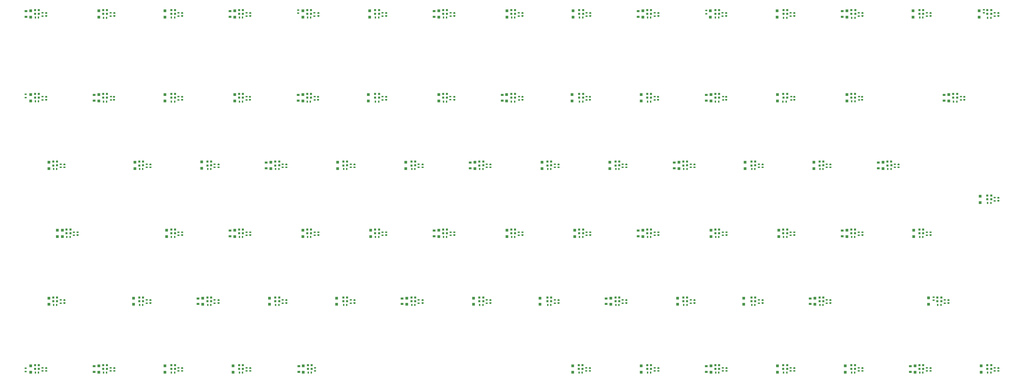
<source format=gtp>
G04*
G04 #@! TF.GenerationSoftware,Altium Limited,Altium Designer,24.2.2 (26)*
G04*
G04 Layer_Color=8421504*
%FSLAX44Y44*%
%MOMM*%
G71*
G04*
G04 #@! TF.SameCoordinates,2B7E99FB-4F0D-402E-9D71-9E8D4FD60802*
G04*
G04*
G04 #@! TF.FilePolarity,Positive*
G04*
G01*
G75*
%ADD12R,0.4800X0.3800*%
%ADD13R,0.3800X0.4800*%
%ADD14R,0.5500X0.5500*%
%ADD15R,0.8000X0.8000*%
%ADD16R,0.5500X0.3000*%
%ADD17R,0.3000X0.4000*%
%ADD18R,0.8000X0.6000*%
D12*
X1510890Y120050D02*
D03*
Y127950D02*
D03*
X1683120Y120050D02*
D03*
Y127950D02*
D03*
X1853850Y120050D02*
D03*
Y127950D02*
D03*
X2024590Y120050D02*
D03*
Y127950D02*
D03*
X2195320Y120050D02*
D03*
Y127950D02*
D03*
X2366050Y120050D02*
D03*
Y127950D02*
D03*
X2536780Y120050D02*
D03*
Y127950D02*
D03*
X2411420Y290790D02*
D03*
Y298690D02*
D03*
X2115270Y290790D02*
D03*
Y298690D02*
D03*
X1944530Y290790D02*
D03*
Y298690D02*
D03*
X1773800Y290790D02*
D03*
Y298690D02*
D03*
X1603070Y290790D02*
D03*
Y298690D02*
D03*
X1432330Y290790D02*
D03*
Y298690D02*
D03*
X1261600Y290790D02*
D03*
Y298690D02*
D03*
X1090870Y290790D02*
D03*
Y298690D02*
D03*
X920140Y290790D02*
D03*
Y298690D02*
D03*
X749400Y290790D02*
D03*
Y298690D02*
D03*
X578670Y290790D02*
D03*
Y298690D02*
D03*
X407940Y290790D02*
D03*
Y298690D02*
D03*
X487940Y461520D02*
D03*
Y469420D02*
D03*
X658670Y461520D02*
D03*
Y469420D02*
D03*
X829400Y461520D02*
D03*
Y469420D02*
D03*
X1170870Y461520D02*
D03*
Y469420D02*
D03*
X1000140Y461520D02*
D03*
Y469420D02*
D03*
X1341600Y461520D02*
D03*
Y469420D02*
D03*
X1512330Y461520D02*
D03*
Y469420D02*
D03*
X1683070Y461520D02*
D03*
Y469420D02*
D03*
X1853800Y461520D02*
D03*
Y469420D02*
D03*
X2024530Y461520D02*
D03*
Y469420D02*
D03*
X2195270Y461520D02*
D03*
Y469420D02*
D03*
X2366050Y461520D02*
D03*
Y469420D02*
D03*
X2536780Y548050D02*
D03*
Y555950D02*
D03*
X2286050Y632250D02*
D03*
Y640150D02*
D03*
X2115320Y632250D02*
D03*
Y640150D02*
D03*
X1944590Y632250D02*
D03*
Y640150D02*
D03*
X1603070Y632250D02*
D03*
Y640150D02*
D03*
X1432330Y632250D02*
D03*
Y640150D02*
D03*
X1261600Y632250D02*
D03*
Y640150D02*
D03*
X1773800Y632250D02*
D03*
Y640150D02*
D03*
X1090870Y632250D02*
D03*
Y640150D02*
D03*
X920140Y632250D02*
D03*
Y640150D02*
D03*
X749400Y632250D02*
D03*
Y640150D02*
D03*
X578670Y632250D02*
D03*
Y640150D02*
D03*
X407940Y632250D02*
D03*
Y640150D02*
D03*
X488000Y802320D02*
D03*
Y810220D02*
D03*
X318000Y802320D02*
D03*
Y810220D02*
D03*
X659000Y802320D02*
D03*
Y810220D02*
D03*
X830000Y802320D02*
D03*
Y810220D02*
D03*
X1000000Y802320D02*
D03*
Y810220D02*
D03*
X1170320Y802335D02*
D03*
Y810235D02*
D03*
X1343000Y802320D02*
D03*
Y810220D02*
D03*
X1512000Y802320D02*
D03*
Y810220D02*
D03*
X1683000Y802320D02*
D03*
Y810220D02*
D03*
X1855000Y802320D02*
D03*
Y810220D02*
D03*
X2026000Y802320D02*
D03*
Y810220D02*
D03*
X2196000Y802320D02*
D03*
Y810220D02*
D03*
X2452000Y802320D02*
D03*
Y810220D02*
D03*
X2536620Y1013050D02*
D03*
Y1020950D02*
D03*
X2366050Y1013050D02*
D03*
Y1020950D02*
D03*
X2195450Y1013050D02*
D03*
Y1020950D02*
D03*
X2024620Y1013050D02*
D03*
Y1020950D02*
D03*
X1853620Y1013050D02*
D03*
Y1020950D02*
D03*
X1682940Y1013050D02*
D03*
Y1020950D02*
D03*
X1512340Y1013050D02*
D03*
Y1020950D02*
D03*
X1341620Y1013050D02*
D03*
Y1020950D02*
D03*
X1170790Y1013050D02*
D03*
Y1020950D02*
D03*
X1000130Y1013050D02*
D03*
Y1020950D02*
D03*
X829290Y1013050D02*
D03*
Y1020950D02*
D03*
X658620Y1013050D02*
D03*
Y1020950D02*
D03*
X487980Y1013050D02*
D03*
Y1020950D02*
D03*
X317170Y1013050D02*
D03*
Y1020950D02*
D03*
X146470Y1013050D02*
D03*
Y1020950D02*
D03*
Y802320D02*
D03*
Y810220D02*
D03*
X191840Y632250D02*
D03*
Y640150D02*
D03*
X225310Y461520D02*
D03*
Y469420D02*
D03*
X191840Y290790D02*
D03*
Y298690D02*
D03*
X146470Y120050D02*
D03*
Y127950D02*
D03*
X317200Y120050D02*
D03*
Y127950D02*
D03*
X487940Y120050D02*
D03*
Y127950D02*
D03*
X658670Y120050D02*
D03*
Y127950D02*
D03*
X830890Y120050D02*
D03*
Y127950D02*
D03*
X2509448Y1028857D02*
D03*
Y1020957D02*
D03*
X2383586Y306131D02*
D03*
Y298231D02*
D03*
X1813077Y1019050D02*
D03*
Y1026950D02*
D03*
X788000Y1020050D02*
D03*
Y1027950D02*
D03*
X104000Y808050D02*
D03*
Y815950D02*
D03*
Y119050D02*
D03*
Y126950D02*
D03*
D13*
X1493240Y115770D02*
D03*
X1501140D02*
D03*
X1756150Y286000D02*
D03*
X1764050D02*
D03*
X641020Y457000D02*
D03*
X648920D02*
D03*
X2348400D02*
D03*
X2356300D02*
D03*
X902490Y627970D02*
D03*
X910390D02*
D03*
X1323611Y797889D02*
D03*
X1331511D02*
D03*
X2006970Y1008644D02*
D03*
X2014870D02*
D03*
X299520Y1008436D02*
D03*
X307420D02*
D03*
X1665470Y115770D02*
D03*
X1673370D02*
D03*
X1585420Y286000D02*
D03*
X1593320D02*
D03*
X811750Y457000D02*
D03*
X819650D02*
D03*
X2519130Y542610D02*
D03*
X2527030D02*
D03*
X731750Y627970D02*
D03*
X739650D02*
D03*
X1494690Y798000D02*
D03*
X1502590D02*
D03*
X1835970Y1009000D02*
D03*
X1843870D02*
D03*
X128820D02*
D03*
X136720D02*
D03*
X1836200Y115770D02*
D03*
X1844100D02*
D03*
X1414680Y286000D02*
D03*
X1422580D02*
D03*
X982490Y457000D02*
D03*
X990390D02*
D03*
X2268400Y627970D02*
D03*
X2276300D02*
D03*
X561020D02*
D03*
X568920D02*
D03*
X1665290Y798000D02*
D03*
X1673190D02*
D03*
X1665290Y1009000D02*
D03*
X1673190D02*
D03*
X128820Y798270D02*
D03*
X136720D02*
D03*
X2006940Y115770D02*
D03*
X2014840D02*
D03*
X1243950Y285926D02*
D03*
X1251850D02*
D03*
X1153220Y457000D02*
D03*
X1161120D02*
D03*
X2097670Y627970D02*
D03*
X2105570D02*
D03*
X390290D02*
D03*
X398190D02*
D03*
X1835970Y798000D02*
D03*
X1843870D02*
D03*
X1494690Y1009000D02*
D03*
X1502590D02*
D03*
X174190Y627970D02*
D03*
X182090D02*
D03*
X2177670Y115770D02*
D03*
X2185570D02*
D03*
X1073220Y286355D02*
D03*
X1081120D02*
D03*
X1323950Y457000D02*
D03*
X1331850D02*
D03*
X1926940Y627970D02*
D03*
X1934840D02*
D03*
X299520Y797762D02*
D03*
X307420D02*
D03*
X2005050Y798000D02*
D03*
X2012950D02*
D03*
X1323970Y1009000D02*
D03*
X1331870D02*
D03*
X207660Y457000D02*
D03*
X215560D02*
D03*
X2348400Y115770D02*
D03*
X2356300D02*
D03*
X902490Y285993D02*
D03*
X910390D02*
D03*
X1494680Y457000D02*
D03*
X1502580D02*
D03*
X1756150Y627970D02*
D03*
X1764050D02*
D03*
X470310Y798000D02*
D03*
X478210D02*
D03*
X2177800Y798154D02*
D03*
X2185700D02*
D03*
X1153140Y1009074D02*
D03*
X1161040D02*
D03*
X174190Y286510D02*
D03*
X182090D02*
D03*
X2519130Y115770D02*
D03*
X2527030D02*
D03*
X731750Y286015D02*
D03*
X739650D02*
D03*
X1665420Y457000D02*
D03*
X1673320D02*
D03*
X1585420Y627970D02*
D03*
X1593320D02*
D03*
X640970Y797818D02*
D03*
X648870D02*
D03*
X2433610Y797987D02*
D03*
X2441510D02*
D03*
X982480Y1009000D02*
D03*
X990380D02*
D03*
X128820Y115770D02*
D03*
X136720D02*
D03*
X2393770Y286000D02*
D03*
X2401670D02*
D03*
X561020D02*
D03*
X568920D02*
D03*
X1836150Y457000D02*
D03*
X1844050D02*
D03*
X1414680Y627970D02*
D03*
X1422580D02*
D03*
X810855Y797770D02*
D03*
X818755D02*
D03*
X2518970Y1008500D02*
D03*
X2526870D02*
D03*
X811640Y1009000D02*
D03*
X819540D02*
D03*
X299550Y115770D02*
D03*
X307450D02*
D03*
X2097620Y286000D02*
D03*
X2105520D02*
D03*
X390290D02*
D03*
X398190D02*
D03*
X2006880Y457000D02*
D03*
X2014780D02*
D03*
X1243950Y627970D02*
D03*
X1251850D02*
D03*
X982480Y798000D02*
D03*
X990380D02*
D03*
X2348400Y1009000D02*
D03*
X2356300D02*
D03*
X640970Y1008917D02*
D03*
X648870D02*
D03*
X470290Y115770D02*
D03*
X478190D02*
D03*
X1926880Y286000D02*
D03*
X1934780D02*
D03*
X470290Y457000D02*
D03*
X478190D02*
D03*
X2177620D02*
D03*
X2185520D02*
D03*
X1073220Y627970D02*
D03*
X1081120D02*
D03*
X1153140Y798000D02*
D03*
X1161040D02*
D03*
X2177800Y1008439D02*
D03*
X2185700D02*
D03*
X470310Y1009000D02*
D03*
X478210D02*
D03*
X641020Y115770D02*
D03*
X648920D02*
D03*
X821140Y115770D02*
D03*
X813240D02*
D03*
D14*
X1674162Y134520D02*
D03*
X1664662D02*
D03*
X1674178Y125084D02*
D03*
X1664678Y125020D02*
D03*
X1594112Y305260D02*
D03*
X1584612D02*
D03*
X1594128Y295824D02*
D03*
X1584628Y295760D02*
D03*
X820442Y475990D02*
D03*
X810942D02*
D03*
X820458Y466554D02*
D03*
X810958Y466490D02*
D03*
X2527822Y561360D02*
D03*
X2518322D02*
D03*
X2527838Y551924D02*
D03*
X2518338Y551860D02*
D03*
X740442Y646720D02*
D03*
X730942D02*
D03*
X740458Y637284D02*
D03*
X730958Y637220D02*
D03*
X1503382Y817020D02*
D03*
X1493882D02*
D03*
X1503398Y807584D02*
D03*
X1493898Y807520D02*
D03*
X1844842Y1027750D02*
D03*
X1835342D02*
D03*
X1844858Y1018314D02*
D03*
X1835358Y1018250D02*
D03*
X137512Y1027750D02*
D03*
X128012D02*
D03*
X137528Y1018314D02*
D03*
X128028Y1018250D02*
D03*
X1844892Y134520D02*
D03*
X1835392D02*
D03*
X1844908Y125084D02*
D03*
X1835408Y125020D02*
D03*
X1423372Y305260D02*
D03*
X1413872D02*
D03*
X1423388Y295824D02*
D03*
X1413888Y295760D02*
D03*
X991182Y475990D02*
D03*
X981682D02*
D03*
X991198Y466554D02*
D03*
X981698Y466490D02*
D03*
X2277092Y646720D02*
D03*
X2267592D02*
D03*
X2277108Y637284D02*
D03*
X2267608Y637220D02*
D03*
X569712Y646720D02*
D03*
X560212D02*
D03*
X569728Y637284D02*
D03*
X560228Y637220D02*
D03*
X1673982Y817020D02*
D03*
X1664482D02*
D03*
X1673998Y807584D02*
D03*
X1664498Y807520D02*
D03*
X1674112Y1027750D02*
D03*
X1664612D02*
D03*
X1674128Y1018314D02*
D03*
X1664628Y1018250D02*
D03*
X137512Y817020D02*
D03*
X128012D02*
D03*
X137528Y807584D02*
D03*
X128028Y807520D02*
D03*
X2015632Y134520D02*
D03*
X2006132D02*
D03*
X2015648Y125084D02*
D03*
X2006148Y125020D02*
D03*
X1252642Y305260D02*
D03*
X1243142D02*
D03*
X1252658Y295824D02*
D03*
X1243158Y295760D02*
D03*
X1161912Y475990D02*
D03*
X1152412D02*
D03*
X1161928Y466554D02*
D03*
X1152428Y466490D02*
D03*
X2106362Y646720D02*
D03*
X2096862D02*
D03*
X2106378Y637284D02*
D03*
X2096878Y637220D02*
D03*
X398982Y646720D02*
D03*
X389482D02*
D03*
X398998Y637284D02*
D03*
X389498Y637220D02*
D03*
X1844662Y817020D02*
D03*
X1835162D02*
D03*
X1844678Y807584D02*
D03*
X1835178Y807520D02*
D03*
X1503382Y1027750D02*
D03*
X1493882D02*
D03*
X1503398Y1018314D02*
D03*
X1493898Y1018250D02*
D03*
X182882Y646720D02*
D03*
X173382D02*
D03*
X182898Y637284D02*
D03*
X173398Y637220D02*
D03*
X2186362Y134520D02*
D03*
X2176862D02*
D03*
X2186378Y125084D02*
D03*
X2176878Y125020D02*
D03*
X1081912Y305260D02*
D03*
X1072412D02*
D03*
X1081928Y295824D02*
D03*
X1072428Y295760D02*
D03*
X1332642Y475990D02*
D03*
X1323142D02*
D03*
X1332658Y466554D02*
D03*
X1323158Y466490D02*
D03*
X1935632Y646720D02*
D03*
X1926132D02*
D03*
X1935648Y637284D02*
D03*
X1926148Y637220D02*
D03*
X308212Y817020D02*
D03*
X298712D02*
D03*
X308228Y807584D02*
D03*
X298728Y807520D02*
D03*
X2015662Y817020D02*
D03*
X2006162D02*
D03*
X2015678Y807584D02*
D03*
X2006178Y807520D02*
D03*
X1332662Y1027750D02*
D03*
X1323162D02*
D03*
X1332678Y1018314D02*
D03*
X1323178Y1018250D02*
D03*
X216392Y475990D02*
D03*
X206892D02*
D03*
X216408Y466554D02*
D03*
X206908Y466490D02*
D03*
X2357092Y134520D02*
D03*
X2347592D02*
D03*
X2357108Y125084D02*
D03*
X2347608Y125020D02*
D03*
X911182Y305260D02*
D03*
X901682D02*
D03*
X911198Y295824D02*
D03*
X901698Y295760D02*
D03*
X1503372Y475990D02*
D03*
X1493872D02*
D03*
X1503388Y466554D02*
D03*
X1493888Y466490D02*
D03*
X1764842Y646720D02*
D03*
X1755342D02*
D03*
X1764858Y637284D02*
D03*
X1755358Y637220D02*
D03*
X479002Y817020D02*
D03*
X469502D02*
D03*
X479018Y807584D02*
D03*
X469518Y807520D02*
D03*
X2186492Y817020D02*
D03*
X2176992D02*
D03*
X2186508Y807584D02*
D03*
X2177008Y807520D02*
D03*
X1161832Y1027750D02*
D03*
X1152332D02*
D03*
X1161848Y1018314D02*
D03*
X1152348Y1018250D02*
D03*
X182882Y305260D02*
D03*
X173382D02*
D03*
X182898Y295824D02*
D03*
X173398Y295760D02*
D03*
X2527822Y134520D02*
D03*
X2518322D02*
D03*
X2527838Y125084D02*
D03*
X2518338Y125020D02*
D03*
X740442Y305260D02*
D03*
X730942D02*
D03*
X740458Y295824D02*
D03*
X730958Y295760D02*
D03*
X1674112Y475990D02*
D03*
X1664612D02*
D03*
X1674128Y466554D02*
D03*
X1664628Y466490D02*
D03*
X1594112Y646720D02*
D03*
X1584612D02*
D03*
X1594128Y637284D02*
D03*
X1584628Y637220D02*
D03*
X649662Y817020D02*
D03*
X640162D02*
D03*
X649678Y807584D02*
D03*
X640178Y807520D02*
D03*
X2442302Y817020D02*
D03*
X2432802D02*
D03*
X2442318Y807584D02*
D03*
X2432818Y807520D02*
D03*
X991172Y1027750D02*
D03*
X981672D02*
D03*
X991188Y1018314D02*
D03*
X981688Y1018250D02*
D03*
X137512Y134520D02*
D03*
X128012D02*
D03*
X137528Y125084D02*
D03*
X128028Y125020D02*
D03*
X2402462Y305260D02*
D03*
X2392962D02*
D03*
X2402478Y295824D02*
D03*
X2392978Y295760D02*
D03*
X569712Y305260D02*
D03*
X560212D02*
D03*
X569728Y295824D02*
D03*
X560228Y295760D02*
D03*
X1844842Y475990D02*
D03*
X1835342D02*
D03*
X1844858Y466554D02*
D03*
X1835358Y466490D02*
D03*
X1423372Y646720D02*
D03*
X1413872D02*
D03*
X1423388Y637284D02*
D03*
X1413888Y637220D02*
D03*
X820332Y817020D02*
D03*
X810832D02*
D03*
X820348Y807584D02*
D03*
X810848Y807520D02*
D03*
X2527822Y1027750D02*
D03*
X2518322D02*
D03*
X2527838Y1018314D02*
D03*
X2518338Y1018250D02*
D03*
X820332Y1027750D02*
D03*
X810832D02*
D03*
X820348Y1018314D02*
D03*
X810848Y1018250D02*
D03*
X308242Y134520D02*
D03*
X298742D02*
D03*
X308258Y125084D02*
D03*
X298758Y125020D02*
D03*
X2106312Y305260D02*
D03*
X2096812D02*
D03*
X2106328Y295824D02*
D03*
X2096828Y295760D02*
D03*
X398982Y305260D02*
D03*
X389482D02*
D03*
X398998Y295824D02*
D03*
X389498Y295760D02*
D03*
X2015572Y475990D02*
D03*
X2006072D02*
D03*
X2015588Y466554D02*
D03*
X2006088Y466490D02*
D03*
X1252642Y646720D02*
D03*
X1243142D02*
D03*
X1252658Y637284D02*
D03*
X1243158Y637220D02*
D03*
X991172Y817020D02*
D03*
X981672D02*
D03*
X991188Y807584D02*
D03*
X981688Y807520D02*
D03*
X2357092Y1027750D02*
D03*
X2347592D02*
D03*
X2357108Y1018314D02*
D03*
X2347608Y1018250D02*
D03*
X649662Y1027750D02*
D03*
X640162D02*
D03*
X649678Y1018314D02*
D03*
X640178Y1018250D02*
D03*
X478982Y134520D02*
D03*
X469482D02*
D03*
X478998Y125084D02*
D03*
X469498Y125020D02*
D03*
X1935572Y305260D02*
D03*
X1926072D02*
D03*
X1935588Y295824D02*
D03*
X1926088Y295760D02*
D03*
X478982Y475990D02*
D03*
X469482D02*
D03*
X478998Y466554D02*
D03*
X469498Y466490D02*
D03*
X2186312Y475990D02*
D03*
X2176812D02*
D03*
X2186328Y466554D02*
D03*
X2176828Y466490D02*
D03*
X1081912Y646720D02*
D03*
X1072412D02*
D03*
X1081928Y637284D02*
D03*
X1072428Y637220D02*
D03*
X1161832Y817020D02*
D03*
X1152332D02*
D03*
X1161848Y807584D02*
D03*
X1152348Y807520D02*
D03*
X2186522Y1027750D02*
D03*
X2177022D02*
D03*
X2186538Y1018314D02*
D03*
X2177038Y1018250D02*
D03*
X479002Y1027750D02*
D03*
X469502D02*
D03*
X479018Y1018314D02*
D03*
X469518Y1018250D02*
D03*
X649712Y134520D02*
D03*
X640212D02*
D03*
X649728Y125084D02*
D03*
X640228Y125020D02*
D03*
X1501932Y134520D02*
D03*
X1492432D02*
D03*
X1501948Y125084D02*
D03*
X1492448Y125020D02*
D03*
X1764842Y305260D02*
D03*
X1755342D02*
D03*
X1764858Y295824D02*
D03*
X1755358Y295760D02*
D03*
X649712Y475990D02*
D03*
X640212D02*
D03*
X649728Y466554D02*
D03*
X640228Y466490D02*
D03*
X2357092Y475990D02*
D03*
X2347592D02*
D03*
X2357108Y466554D02*
D03*
X2347608Y466490D02*
D03*
X911182Y646720D02*
D03*
X901682D02*
D03*
X911198Y637284D02*
D03*
X901698Y637220D02*
D03*
X1332662Y817020D02*
D03*
X1323162D02*
D03*
X1332678Y807584D02*
D03*
X1323178Y807520D02*
D03*
X2015792Y1027750D02*
D03*
X2006292D02*
D03*
X2015808Y1018314D02*
D03*
X2006308Y1018250D02*
D03*
X308212Y1027750D02*
D03*
X298712D02*
D03*
X308228Y1018314D02*
D03*
X298728Y1018250D02*
D03*
X821932Y134520D02*
D03*
X812432D02*
D03*
X821948Y125084D02*
D03*
X812448Y125020D02*
D03*
D15*
X183830Y474340D02*
D03*
Y458340D02*
D03*
X1477420Y132870D02*
D03*
Y116870D02*
D03*
X1991120Y132870D02*
D03*
Y116870D02*
D03*
X2502338Y132813D02*
D03*
Y116813D02*
D03*
X1906574Y303610D02*
D03*
Y287610D02*
D03*
X1395443Y303610D02*
D03*
Y287610D02*
D03*
X885000Y303610D02*
D03*
Y287610D02*
D03*
X375340Y303610D02*
D03*
Y287610D02*
D03*
X799800Y458340D02*
D03*
Y474340D02*
D03*
X1312000Y458340D02*
D03*
Y474340D02*
D03*
X1824200Y458340D02*
D03*
Y474340D02*
D03*
X2333450Y474340D02*
D03*
Y458340D02*
D03*
X2082720Y645070D02*
D03*
Y629070D02*
D03*
X1570470Y645070D02*
D03*
Y629070D02*
D03*
X1058270Y645070D02*
D03*
Y629070D02*
D03*
X546070Y646020D02*
D03*
Y630020D02*
D03*
X453510Y815370D02*
D03*
Y799370D02*
D03*
X964000Y815370D02*
D03*
Y799370D02*
D03*
X1476000Y815370D02*
D03*
Y799370D02*
D03*
X1991280Y815370D02*
D03*
Y799370D02*
D03*
X2497246Y1026088D02*
D03*
Y1010088D02*
D03*
X1990170Y1026100D02*
D03*
Y1010100D02*
D03*
X1477890Y1026100D02*
D03*
Y1010100D02*
D03*
X967314Y1026194D02*
D03*
Y1010194D02*
D03*
X453510Y1026100D02*
D03*
Y1010100D02*
D03*
X116870Y815370D02*
D03*
Y799370D02*
D03*
X162240Y303610D02*
D03*
Y287610D02*
D03*
X454000Y132870D02*
D03*
Y116870D02*
D03*
X1649650Y116870D02*
D03*
Y132870D02*
D03*
X2161850Y116870D02*
D03*
Y132870D02*
D03*
X2370312Y303886D02*
D03*
Y287886D02*
D03*
X1741000Y287610D02*
D03*
Y303610D02*
D03*
X1228130Y287610D02*
D03*
Y303610D02*
D03*
X715930Y287610D02*
D03*
Y303610D02*
D03*
X458340Y458340D02*
D03*
Y474340D02*
D03*
X970540Y458340D02*
D03*
Y474340D02*
D03*
X1482730Y458340D02*
D03*
Y474340D02*
D03*
X1994930Y458340D02*
D03*
Y474340D02*
D03*
X2500180Y559710D02*
D03*
Y543710D02*
D03*
X1909990Y645070D02*
D03*
Y629070D02*
D03*
X1400730Y645070D02*
D03*
Y629070D02*
D03*
X887540Y645070D02*
D03*
Y629070D02*
D03*
X378340Y629070D02*
D03*
Y645070D02*
D03*
X629060Y799370D02*
D03*
Y815370D02*
D03*
X1141340Y799370D02*
D03*
Y815370D02*
D03*
X1649600Y815370D02*
D03*
Y799370D02*
D03*
X2166000Y799370D02*
D03*
Y815370D02*
D03*
X2331600Y1010100D02*
D03*
Y1026100D02*
D03*
X1823000Y1026000D02*
D03*
Y1010000D02*
D03*
X1312000Y1010000D02*
D03*
Y1026000D02*
D03*
X799800Y1026100D02*
D03*
Y1010100D02*
D03*
X287720Y1026100D02*
D03*
Y1010100D02*
D03*
X162240Y629070D02*
D03*
Y645070D02*
D03*
X116870Y132870D02*
D03*
Y116870D02*
D03*
X625000Y132870D02*
D03*
Y116870D02*
D03*
X1824250Y132870D02*
D03*
Y116870D02*
D03*
X2336450Y132870D02*
D03*
Y116870D02*
D03*
X2085670Y287610D02*
D03*
Y303610D02*
D03*
X1573470Y287610D02*
D03*
Y303610D02*
D03*
X1061000Y287610D02*
D03*
Y303610D02*
D03*
X549000Y287610D02*
D03*
Y303610D02*
D03*
X629070Y474340D02*
D03*
Y458340D02*
D03*
X1141270Y474340D02*
D03*
Y458340D02*
D03*
X1653470Y474340D02*
D03*
Y458340D02*
D03*
X2165670Y474340D02*
D03*
Y458340D02*
D03*
X2256450Y629070D02*
D03*
Y645070D02*
D03*
X1744200Y629070D02*
D03*
Y645070D02*
D03*
X1232000Y629070D02*
D03*
Y645070D02*
D03*
X719800Y629070D02*
D03*
Y645070D02*
D03*
X287720Y815370D02*
D03*
Y799370D02*
D03*
X799800Y815370D02*
D03*
Y799370D02*
D03*
X1311720Y815370D02*
D03*
Y799370D02*
D03*
X1824200Y815370D02*
D03*
Y799370D02*
D03*
X2421810Y815370D02*
D03*
Y799370D02*
D03*
X2166000Y1026100D02*
D03*
Y1010100D02*
D03*
X1653490Y1026100D02*
D03*
Y1010100D02*
D03*
X1141340Y1010100D02*
D03*
Y1026100D02*
D03*
X629060Y1026100D02*
D03*
Y1010100D02*
D03*
X116870Y1026100D02*
D03*
Y1010100D02*
D03*
X196168Y458340D02*
D03*
Y474340D02*
D03*
X287600Y132870D02*
D03*
Y116870D02*
D03*
X801290Y132870D02*
D03*
Y116870D02*
D03*
D16*
X2546160Y127500D02*
D03*
Y120500D02*
D03*
X2375430Y127500D02*
D03*
Y120500D02*
D03*
X2204700Y127500D02*
D03*
Y120500D02*
D03*
X2033970Y127500D02*
D03*
Y120500D02*
D03*
X1863230Y127500D02*
D03*
Y120500D02*
D03*
X1692500Y127500D02*
D03*
Y120500D02*
D03*
X1520270Y127500D02*
D03*
Y120500D02*
D03*
X668050Y127500D02*
D03*
Y120500D02*
D03*
X497320Y127500D02*
D03*
Y120500D02*
D03*
X326580Y127500D02*
D03*
Y120500D02*
D03*
X155850Y127500D02*
D03*
Y120500D02*
D03*
X2420800Y298240D02*
D03*
Y291240D02*
D03*
X2124650Y298240D02*
D03*
Y291240D02*
D03*
X1953910Y298240D02*
D03*
Y291240D02*
D03*
X1783180Y298240D02*
D03*
Y291240D02*
D03*
X1612450Y298240D02*
D03*
Y291240D02*
D03*
X1441710Y298240D02*
D03*
Y291240D02*
D03*
X1270980Y298240D02*
D03*
Y291240D02*
D03*
X1100250Y298240D02*
D03*
Y291240D02*
D03*
X929520Y298240D02*
D03*
Y291240D02*
D03*
X758780Y298240D02*
D03*
Y291240D02*
D03*
X588050Y298240D02*
D03*
Y291240D02*
D03*
X417320Y298240D02*
D03*
Y291240D02*
D03*
X201220Y298240D02*
D03*
Y291240D02*
D03*
X2375430Y468970D02*
D03*
Y461970D02*
D03*
X2204650Y468970D02*
D03*
Y461970D02*
D03*
X2033910Y468970D02*
D03*
Y461970D02*
D03*
X1863180Y468970D02*
D03*
Y461970D02*
D03*
X1692450Y468970D02*
D03*
Y461970D02*
D03*
X1521710Y468970D02*
D03*
Y461970D02*
D03*
X1350980Y468970D02*
D03*
Y461970D02*
D03*
X1180250Y468970D02*
D03*
Y461970D02*
D03*
X1009520Y468970D02*
D03*
Y461970D02*
D03*
X838780Y468970D02*
D03*
Y461970D02*
D03*
X668050Y468970D02*
D03*
Y461970D02*
D03*
X497320Y468970D02*
D03*
Y461970D02*
D03*
X234690Y468970D02*
D03*
Y461970D02*
D03*
X2546160Y555500D02*
D03*
Y548500D02*
D03*
X2295430Y639700D02*
D03*
Y632700D02*
D03*
X2124700Y639700D02*
D03*
Y632700D02*
D03*
X1953970Y639700D02*
D03*
Y632700D02*
D03*
X1783180Y639700D02*
D03*
Y632700D02*
D03*
X1612450Y639700D02*
D03*
Y632700D02*
D03*
X1441710Y639700D02*
D03*
Y632700D02*
D03*
X1270980Y639700D02*
D03*
Y632700D02*
D03*
X1100250Y639700D02*
D03*
Y632700D02*
D03*
X929520Y639700D02*
D03*
Y632700D02*
D03*
X758780Y639700D02*
D03*
Y632700D02*
D03*
X588050Y639700D02*
D03*
Y632700D02*
D03*
X417320Y639700D02*
D03*
Y632700D02*
D03*
X201220Y639700D02*
D03*
Y632700D02*
D03*
X2460000Y809770D02*
D03*
Y802770D02*
D03*
X2204000Y809770D02*
D03*
Y802770D02*
D03*
X2034000Y809770D02*
D03*
Y802770D02*
D03*
X1863000Y809770D02*
D03*
Y802770D02*
D03*
X1692000Y809770D02*
D03*
Y802770D02*
D03*
X1521000Y809770D02*
D03*
Y802770D02*
D03*
X1351000Y809770D02*
D03*
Y802770D02*
D03*
X1179964Y809770D02*
D03*
Y802770D02*
D03*
X1009000Y809770D02*
D03*
Y802770D02*
D03*
X838000Y809770D02*
D03*
Y802770D02*
D03*
X667000Y809770D02*
D03*
Y802770D02*
D03*
X497000Y809770D02*
D03*
Y802770D02*
D03*
X326000Y809770D02*
D03*
Y802770D02*
D03*
X155850Y809770D02*
D03*
Y802770D02*
D03*
X2546000Y1020500D02*
D03*
Y1013500D02*
D03*
X2375434Y1020462D02*
D03*
Y1013462D02*
D03*
X2204828Y1020500D02*
D03*
Y1013500D02*
D03*
X2034000Y1020500D02*
D03*
Y1013500D02*
D03*
X1863000Y1020500D02*
D03*
Y1013500D02*
D03*
X1692318Y1020500D02*
D03*
Y1013500D02*
D03*
X1521718Y1020500D02*
D03*
Y1013500D02*
D03*
X1351000Y1020500D02*
D03*
Y1013500D02*
D03*
X1180172Y1020500D02*
D03*
Y1013500D02*
D03*
X1009515Y1020500D02*
D03*
Y1013500D02*
D03*
X838673Y1020500D02*
D03*
Y1013500D02*
D03*
X668000Y1020500D02*
D03*
Y1013500D02*
D03*
X497340Y1020524D02*
D03*
Y1013524D02*
D03*
X326551Y1020500D02*
D03*
Y1013500D02*
D03*
X155853Y1020500D02*
D03*
Y1013500D02*
D03*
D17*
X2546160Y128000D02*
D03*
Y120000D02*
D03*
X2375430Y128000D02*
D03*
Y120000D02*
D03*
X2204700Y128000D02*
D03*
Y120000D02*
D03*
X2033970Y128000D02*
D03*
Y120000D02*
D03*
X1863230Y128000D02*
D03*
Y120000D02*
D03*
X1692500Y128000D02*
D03*
Y120000D02*
D03*
X1520270Y128000D02*
D03*
Y120000D02*
D03*
X668050Y128000D02*
D03*
Y120000D02*
D03*
X497320Y128000D02*
D03*
Y120000D02*
D03*
X326580Y128000D02*
D03*
Y120000D02*
D03*
X155850Y128000D02*
D03*
Y120000D02*
D03*
X2420800Y298740D02*
D03*
Y290740D02*
D03*
X2124650Y298740D02*
D03*
Y290740D02*
D03*
X1953910Y298740D02*
D03*
Y290740D02*
D03*
X1783180Y298740D02*
D03*
Y290740D02*
D03*
X1612450Y298740D02*
D03*
Y290740D02*
D03*
X1441710Y298740D02*
D03*
Y290740D02*
D03*
X1270980Y298740D02*
D03*
Y290740D02*
D03*
X1100250Y298740D02*
D03*
Y290740D02*
D03*
X929520Y298740D02*
D03*
Y290740D02*
D03*
X758780Y298740D02*
D03*
Y290740D02*
D03*
X588050Y298740D02*
D03*
Y290740D02*
D03*
X417320Y298740D02*
D03*
Y290740D02*
D03*
X201220Y298740D02*
D03*
Y290740D02*
D03*
X2375430Y469470D02*
D03*
Y461470D02*
D03*
X2204650Y469470D02*
D03*
Y461470D02*
D03*
X2033910Y469470D02*
D03*
Y461470D02*
D03*
X1863180Y469470D02*
D03*
Y461470D02*
D03*
X1692450Y469470D02*
D03*
Y461470D02*
D03*
X1521710Y469470D02*
D03*
Y461470D02*
D03*
X1350980Y469470D02*
D03*
Y461470D02*
D03*
X1180250Y469470D02*
D03*
Y461470D02*
D03*
X1009520Y469470D02*
D03*
Y461470D02*
D03*
X838780Y469470D02*
D03*
Y461470D02*
D03*
X668050Y469470D02*
D03*
Y461470D02*
D03*
X497320Y469470D02*
D03*
Y461470D02*
D03*
X234690Y469470D02*
D03*
Y461470D02*
D03*
X2546160Y556000D02*
D03*
Y548000D02*
D03*
X2295430Y640200D02*
D03*
Y632200D02*
D03*
X2124700Y640200D02*
D03*
Y632200D02*
D03*
X1953970Y640200D02*
D03*
Y632200D02*
D03*
X1783180Y640200D02*
D03*
Y632200D02*
D03*
X1612450Y640200D02*
D03*
Y632200D02*
D03*
X1441710Y640200D02*
D03*
Y632200D02*
D03*
X1270980Y640200D02*
D03*
Y632200D02*
D03*
X1100250Y640200D02*
D03*
Y632200D02*
D03*
X929520Y640200D02*
D03*
Y632200D02*
D03*
X758780Y640200D02*
D03*
Y632200D02*
D03*
X588050Y640200D02*
D03*
Y632200D02*
D03*
X417320Y640200D02*
D03*
Y632200D02*
D03*
X201220Y640200D02*
D03*
Y632200D02*
D03*
X2460000Y810270D02*
D03*
Y802270D02*
D03*
X2204000Y810270D02*
D03*
Y802270D02*
D03*
X2034000Y810270D02*
D03*
Y802270D02*
D03*
X1863000Y810270D02*
D03*
Y802270D02*
D03*
X1692000Y810270D02*
D03*
Y802270D02*
D03*
X1521000Y810270D02*
D03*
Y802270D02*
D03*
X1351000Y810270D02*
D03*
Y802270D02*
D03*
X1179964Y810270D02*
D03*
Y802270D02*
D03*
X1009000Y810270D02*
D03*
Y802270D02*
D03*
X838000Y810270D02*
D03*
Y802270D02*
D03*
X667000Y810270D02*
D03*
Y802270D02*
D03*
X497000Y810270D02*
D03*
Y802270D02*
D03*
X326000Y810270D02*
D03*
Y802270D02*
D03*
X155850Y810270D02*
D03*
Y802270D02*
D03*
X2546000Y1021000D02*
D03*
Y1013000D02*
D03*
X2375434Y1020962D02*
D03*
Y1012962D02*
D03*
X2204828Y1021000D02*
D03*
Y1013000D02*
D03*
X2034000Y1021000D02*
D03*
Y1013000D02*
D03*
X1863000Y1021000D02*
D03*
Y1013000D02*
D03*
X1692318Y1021000D02*
D03*
Y1013000D02*
D03*
X1521718Y1021000D02*
D03*
Y1013000D02*
D03*
X1351000Y1021000D02*
D03*
Y1013000D02*
D03*
X1180172Y1021000D02*
D03*
Y1013000D02*
D03*
X1009515Y1021000D02*
D03*
Y1013000D02*
D03*
X838673Y1021000D02*
D03*
Y1013000D02*
D03*
X668000Y1021000D02*
D03*
Y1013000D02*
D03*
X497340Y1021024D02*
D03*
Y1013024D02*
D03*
X326551Y1021000D02*
D03*
Y1013000D02*
D03*
X155853Y1021000D02*
D03*
Y1013000D02*
D03*
D18*
X1812370Y117870D02*
D03*
Y131870D02*
D03*
X2325000Y117870D02*
D03*
Y131870D02*
D03*
X2073819Y302610D02*
D03*
Y288610D02*
D03*
X1561590Y302610D02*
D03*
Y288610D02*
D03*
X1049390Y302610D02*
D03*
Y288610D02*
D03*
X537190Y302610D02*
D03*
Y288610D02*
D03*
X617190Y459340D02*
D03*
Y473340D02*
D03*
X1129390Y459340D02*
D03*
Y473340D02*
D03*
X1641590Y459340D02*
D03*
Y473340D02*
D03*
X2153790Y459340D02*
D03*
Y473340D02*
D03*
X2244570Y644070D02*
D03*
Y630070D02*
D03*
X1732320Y644070D02*
D03*
Y630070D02*
D03*
X1220120Y644070D02*
D03*
Y630070D02*
D03*
X707920Y644070D02*
D03*
Y630070D02*
D03*
X275690Y800370D02*
D03*
Y814370D02*
D03*
X788000Y800370D02*
D03*
Y814370D02*
D03*
X1300065Y800370D02*
D03*
Y814370D02*
D03*
X1812397Y800370D02*
D03*
Y814370D02*
D03*
X2409917Y800404D02*
D03*
Y814404D02*
D03*
X2154000Y1011100D02*
D03*
Y1025100D02*
D03*
X1641590Y1011100D02*
D03*
Y1025100D02*
D03*
X1129390Y1025100D02*
D03*
Y1011100D02*
D03*
X617180Y1011100D02*
D03*
Y1025100D02*
D03*
X104990Y1011100D02*
D03*
Y1025100D02*
D03*
X275720Y117870D02*
D03*
Y131870D02*
D03*
X790000Y117870D02*
D03*
Y131870D02*
D03*
M02*

</source>
